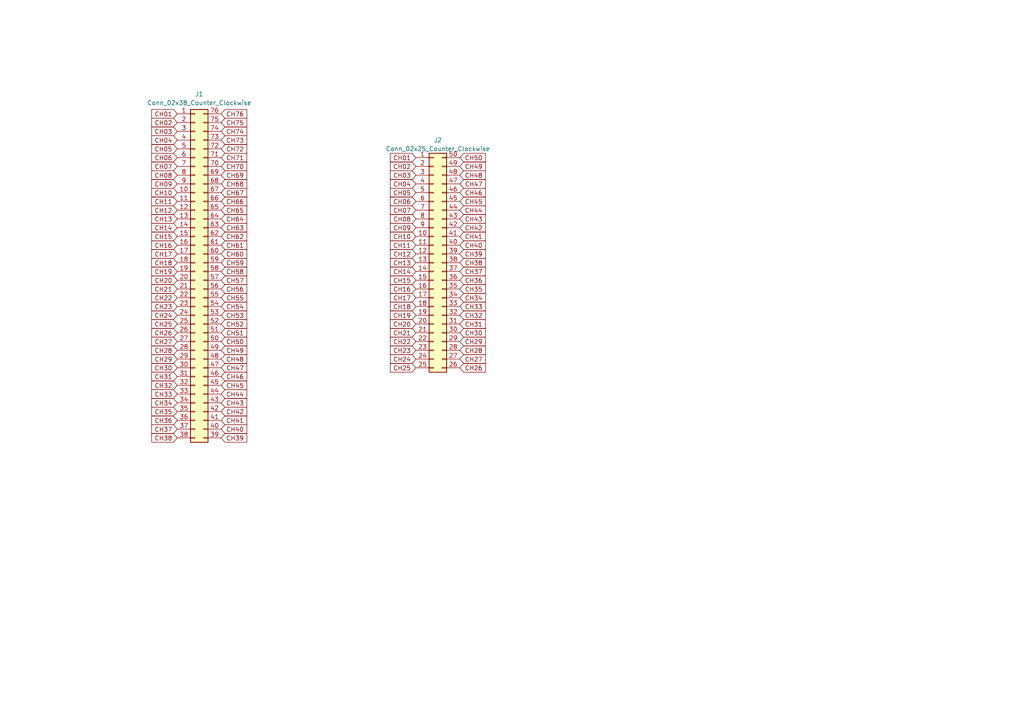
<source format=kicad_sch>
(kicad_sch (version 20230121) (generator eeschema)
  (paper "A4")
  (lib_symbols
    (symbol "Connector_Generic:Conn_02x25_Counter_Clockwise" (pin_names (offset 1.016) hide)
      (property "Reference" "J" (at 1.27 33.02 0))
      (property "Value" "Conn_02x25_Counter_Clockwise" (at 1.27 -33.02 0))
      (symbol "Conn_02x25_Counter_Clockwise_1_1"
        (rectangle (start -1.27 -30.353) (end 0 -30.607) (stroke (width 0.1524)))
        (rectangle (start -1.27 -27.813) (end 0 -28.067) (stroke (width 0.1524)))
        (rectangle (start -1.27 -25.273) (end 0 -25.527) (stroke (width 0.1524)))
        (rectangle (start -1.27 -22.733) (end 0 -22.987) (stroke (width 0.1524)))
        (rectangle (start -1.27 -20.193) (end 0 -20.447) (stroke (width 0.1524)))
        (rectangle (start -1.27 -17.653) (end 0 -17.907) (stroke (width 0.1524)))
        (rectangle (start -1.27 -15.113) (end 0 -15.367) (stroke (width 0.1524)))
        (rectangle (start -1.27 -12.573) (end 0 -12.827) (stroke (width 0.1524)))
        (rectangle (start -1.27 -10.033) (end 0 -10.287) (stroke (width 0.1524)))
        (rectangle (start -1.27 -7.493) (end 0 -7.747) (stroke (width 0.1524)))
        (rectangle (start -1.27 -4.953) (end 0 -5.207) (stroke (width 0.1524)))
        (rectangle (start -1.27 -2.413) (end 0 -2.667) (stroke (width 0.1524)))
        (rectangle (start -1.27 0.127) (end 0 -0.127) (stroke (width 0.1524)))
        (rectangle (start -1.27 2.667) (end 0 2.413) (stroke (width 0.1524)))
        (rectangle (start -1.27 5.207) (end 0 4.953) (stroke (width 0.1524)))
        (rectangle (start -1.27 7.747) (end 0 7.493) (stroke (width 0.1524)))
        (rectangle (start -1.27 10.287) (end 0 10.033) (stroke (width 0.1524)))
        (rectangle (start -1.27 12.827) (end 0 12.573) (stroke (width 0.1524)))
        (rectangle (start -1.27 15.367) (end 0 15.113) (stroke (width 0.1524)))
        (rectangle (start -1.27 17.907) (end 0 17.653) (stroke (width 0.1524)))
        (rectangle (start -1.27 20.447) (end 0 20.193) (stroke (width 0.1524)))
        (rectangle (start -1.27 22.987) (end 0 22.733) (stroke (width 0.1524)))
        (rectangle (start -1.27 25.527) (end 0 25.273) (stroke (width 0.1524)))
        (rectangle (start -1.27 28.067) (end 0 27.813) (stroke (width 0.1524)))
        (rectangle (start -1.27 30.607) (end 0 30.353) (stroke (width 0.1524)))
        (rectangle (start -1.27 31.75) (end 3.81 -31.75) (stroke (width 0.254)) (fill (type background)))
        (rectangle (start 3.81 -30.353) (end 2.54 -30.607) (stroke (width 0.1524)))
        (rectangle (start 3.81 -27.813) (end 2.54 -28.067) (stroke (width 0.1524)))
        (rectangle (start 3.81 -25.273) (end 2.54 -25.527) (stroke (width 0.1524)))
        (rectangle (start 3.81 -22.733) (end 2.54 -22.987) (stroke (width 0.1524)))
        (rectangle (start 3.81 -20.193) (end 2.54 -20.447) (stroke (width 0.1524)))
        (rectangle (start 3.81 -17.653) (end 2.54 -17.907) (stroke (width 0.1524)))
        (rectangle (start 3.81 -15.113) (end 2.54 -15.367) (stroke (width 0.1524)))
        (rectangle (start 3.81 -12.573) (end 2.54 -12.827) (stroke (width 0.1524)))
        (rectangle (start 3.81 -10.033) (end 2.54 -10.287) (stroke (width 0.1524)))
        (rectangle (start 3.81 -7.493) (end 2.54 -7.747) (stroke (width 0.1524)))
        (rectangle (start 3.81 -4.953) (end 2.54 -5.207) (stroke (width 0.1524)))
        (rectangle (start 3.81 -2.413) (end 2.54 -2.667) (stroke (width 0.1524)))
        (rectangle (start 3.81 0.127) (end 2.54 -0.127) (stroke (width 0.1524)))
        (rectangle (start 3.81 2.667) (end 2.54 2.413) (stroke (width 0.1524)))
        (rectangle (start 3.81 5.207) (end 2.54 4.953) (stroke (width 0.1524)))
        (rectangle (start 3.81 7.747) (end 2.54 7.493) (stroke (width 0.1524)))
        (rectangle (start 3.81 10.287) (end 2.54 10.033) (stroke (width 0.1524)))
        (rectangle (start 3.81 12.827) (end 2.54 12.573) (stroke (width 0.1524)))
        (rectangle (start 3.81 15.367) (end 2.54 15.113) (stroke (width 0.1524)))
        (rectangle (start 3.81 17.907) (end 2.54 17.653) (stroke (width 0.1524)))
        (rectangle (start 3.81 20.447) (end 2.54 20.193) (stroke (width 0.1524)))
        (rectangle (start 3.81 22.987) (end 2.54 22.733) (stroke (width 0.1524)))
        (rectangle (start 3.81 25.527) (end 2.54 25.273) (stroke (width 0.1524)))
        (rectangle (start 3.81 28.067) (end 2.54 27.813) (stroke (width 0.1524)))
        (rectangle (start 3.81 30.607) (end 2.54 30.353) (stroke (width 0.1524)))
        (pin passive line (at -5.08 30.48 0) (length 3.81) (name "Pin_1") (number "1"))
        (pin passive line (at -5.08 7.62 0) (length 3.81) (name "Pin_10") (number "10"))
        (pin passive line (at -5.08 5.08 0) (length 3.81) (name "Pin_11") (number "11"))
        (pin passive line (at -5.08 2.54 0) (length 3.81) (name "Pin_12") (number "12"))
        (pin passive line (at -5.08 0 0) (length 3.81) (name "Pin_13") (number "13"))
        (pin passive line (at -5.08 -2.54 0) (length 3.81) (name "Pin_14") (number "14"))
        (pin passive line (at -5.08 -5.08 0) (length 3.81) (name "Pin_15") (number "15"))
        (pin passive line (at -5.08 -7.62 0) (length 3.81) (name "Pin_16") (number "16"))
        (pin passive line (at -5.08 -10.16 0) (length 3.81) (name "Pin_17") (number "17"))
        (pin passive line (at -5.08 -12.7 0) (length 3.81) (name "Pin_18") (number "18"))
        (pin passive line (at -5.08 -15.24 0) (length 3.81) (name "Pin_19") (number "19"))
        (pin passive line (at -5.08 27.94 0) (length 3.81) (name "Pin_2") (number "2"))
        (pin passive line (at -5.08 -17.78 0) (length 3.81) (name "Pin_20") (number "20"))
        (pin passive line (at -5.08 -20.32 0) (length 3.81) (name "Pin_21") (number "21"))
        (pin passive line (at -5.08 -22.86 0) (length 3.81) (name "Pin_22") (number "22"))
        (pin passive line (at -5.08 -25.4 0) (length 3.81) (name "Pin_23") (number "23"))
        (pin passive line (at -5.08 -27.94 0) (length 3.81) (name "Pin_24") (number "24"))
        (pin passive line (at -5.08 -30.48 0) (length 3.81) (name "Pin_25") (number "25"))
        (pin passive line (at 7.62 -30.48 180) (length 3.81) (name "Pin_26") (number "26"))
        (pin passive line (at 7.62 -27.94 180) (length 3.81) (name "Pin_27") (number "27"))
        (pin passive line (at 7.62 -25.4 180) (length 3.81) (name "Pin_28") (number "28"))
        (pin passive line (at 7.62 -22.86 180) (length 3.81) (name "Pin_29") (number "29"))
        (pin passive line (at -5.08 25.4 0) (length 3.81) (name "Pin_3") (number "3"))
        (pin passive line (at 7.62 -20.32 180) (length 3.81) (name "Pin_30") (number "30"))
        (pin passive line (at 7.62 -17.78 180) (length 3.81) (name "Pin_31") (number "31"))
        (pin passive line (at 7.62 -15.24 180) (length 3.81) (name "Pin_32") (number "32"))
        (pin passive line (at 7.62 -12.7 180) (length 3.81) (name "Pin_33") (number "33"))
        (pin passive line (at 7.62 -10.16 180) (length 3.81) (name "Pin_34") (number "34"))
        (pin passive line (at 7.62 -7.62 180) (length 3.81) (name "Pin_35") (number "35"))
        (pin passive line (at 7.62 -5.08 180) (length 3.81) (name "Pin_36") (number "36"))
        (pin passive line (at 7.62 -2.54 180) (length 3.81) (name "Pin_37") (number "37"))
        (pin passive line (at 7.62 0 180) (length 3.81) (name "Pin_38") (number "38"))
        (pin passive line (at 7.62 2.54 180) (length 3.81) (name "Pin_39") (number "39"))
        (pin passive line (at -5.08 22.86 0) (length 3.81) (name "Pin_4") (number "4"))
        (pin passive line (at 7.62 5.08 180) (length 3.81) (name "Pin_40") (number "40"))
        (pin passive line (at 7.62 7.62 180) (length 3.81) (name "Pin_41") (number "41"))
        (pin passive line (at 7.62 10.16 180) (length 3.81) (name "Pin_42") (number "42"))
        (pin passive line (at 7.62 12.7 180) (length 3.81) (name "Pin_43") (number "43"))
        (pin passive line (at 7.62 15.24 180) (length 3.81) (name "Pin_44") (number "44"))
        (pin passive line (at 7.62 17.78 180) (length 3.81) (name "Pin_45") (number "45"))
        (pin passive line (at 7.62 20.32 180) (length 3.81) (name "Pin_46") (number "46"))
        (pin passive line (at 7.62 22.86 180) (length 3.81) (name "Pin_47") (number "47"))
        (pin passive line (at 7.62 25.4 180) (length 3.81) (name "Pin_48") (number "48"))
        (pin passive line (at 7.62 27.94 180) (length 3.81) (name "Pin_49") (number "49"))
        (pin passive line (at -5.08 20.32 0) (length 3.81) (name "Pin_5") (number "5"))
        (pin passive line (at 7.62 30.48 180) (length 3.81) (name "Pin_50") (number "50"))
        (pin passive line (at -5.08 17.78 0) (length 3.81) (name "Pin_6") (number "6"))
        (pin passive line (at -5.08 15.24 0) (length 3.81) (name "Pin_7") (number "7"))
        (pin passive line (at -5.08 12.7 0) (length 3.81) (name "Pin_8") (number "8"))
        (pin passive line (at -5.08 10.16 0) (length 3.81) (name "Pin_9") (number "9"))
      )
    )
    (symbol "Connector_Generic:Conn_02x38_Counter_Clockwise" (pin_names (offset 1.016) hide)
      (property "Reference" "J" (at 1.27 48.26 0))
      (property "Value" "Conn_02x38_Counter_Clockwise" (at 1.27 -50.8 0))
      (symbol "Conn_02x38_Counter_Clockwise_1_1"
        (rectangle (start -1.27 -48.133) (end 0 -48.387) (stroke (width 0.1524)))
        (rectangle (start -1.27 -45.593) (end 0 -45.847) (stroke (width 0.1524)))
        (rectangle (start -1.27 -43.053) (end 0 -43.307) (stroke (width 0.1524)))
        (rectangle (start -1.27 -40.513) (end 0 -40.767) (stroke (width 0.1524)))
        (rectangle (start -1.27 -37.973) (end 0 -38.227) (stroke (width 0.1524)))
        (rectangle (start -1.27 -35.433) (end 0 -35.687) (stroke (width 0.1524)))
        (rectangle (start -1.27 -32.893) (end 0 -33.147) (stroke (width 0.1524)))
        (rectangle (start -1.27 -30.353) (end 0 -30.607) (stroke (width 0.1524)))
        (rectangle (start -1.27 -27.813) (end 0 -28.067) (stroke (width 0.1524)))
        (rectangle (start -1.27 -25.273) (end 0 -25.527) (stroke (width 0.1524)))
        (rectangle (start -1.27 -22.733) (end 0 -22.987) (stroke (width 0.1524)))
        (rectangle (start -1.27 -20.193) (end 0 -20.447) (stroke (width 0.1524)))
        (rectangle (start -1.27 -17.653) (end 0 -17.907) (stroke (width 0.1524)))
        (rectangle (start -1.27 -15.113) (end 0 -15.367) (stroke (width 0.1524)))
        (rectangle (start -1.27 -12.573) (end 0 -12.827) (stroke (width 0.1524)))
        (rectangle (start -1.27 -10.033) (end 0 -10.287) (stroke (width 0.1524)))
        (rectangle (start -1.27 -7.493) (end 0 -7.747) (stroke (width 0.1524)))
        (rectangle (start -1.27 -4.953) (end 0 -5.207) (stroke (width 0.1524)))
        (rectangle (start -1.27 -2.413) (end 0 -2.667) (stroke (width 0.1524)))
        (rectangle (start -1.27 0.127) (end 0 -0.127) (stroke (width 0.1524)))
        (rectangle (start -1.27 2.667) (end 0 2.413) (stroke (width 0.1524)))
        (rectangle (start -1.27 5.207) (end 0 4.953) (stroke (width 0.1524)))
        (rectangle (start -1.27 7.747) (end 0 7.493) (stroke (width 0.1524)))
        (rectangle (start -1.27 10.287) (end 0 10.033) (stroke (width 0.1524)))
        (rectangle (start -1.27 12.827) (end 0 12.573) (stroke (width 0.1524)))
        (rectangle (start -1.27 15.367) (end 0 15.113) (stroke (width 0.1524)))
        (rectangle (start -1.27 17.907) (end 0 17.653) (stroke (width 0.1524)))
        (rectangle (start -1.27 20.447) (end 0 20.193) (stroke (width 0.1524)))
        (rectangle (start -1.27 22.987) (end 0 22.733) (stroke (width 0.1524)))
        (rectangle (start -1.27 25.527) (end 0 25.273) (stroke (width 0.1524)))
        (rectangle (start -1.27 28.067) (end 0 27.813) (stroke (width 0.1524)))
        (rectangle (start -1.27 30.607) (end 0 30.353) (stroke (width 0.1524)))
        (rectangle (start -1.27 33.147) (end 0 32.893) (stroke (width 0.1524)))
        (rectangle (start -1.27 35.687) (end 0 35.433) (stroke (width 0.1524)))
        (rectangle (start -1.27 38.227) (end 0 37.973) (stroke (width 0.1524)))
        (rectangle (start -1.27 40.767) (end 0 40.513) (stroke (width 0.1524)))
        (rectangle (start -1.27 43.307) (end 0 43.053) (stroke (width 0.1524)))
        (rectangle (start -1.27 45.847) (end 0 45.593) (stroke (width 0.1524)))
        (rectangle (start -1.27 46.99) (end 3.81 -49.53) (stroke (width 0.254)) (fill (type background)))
        (rectangle (start 3.81 -48.133) (end 2.54 -48.387) (stroke (width 0.1524)))
        (rectangle (start 3.81 -45.593) (end 2.54 -45.847) (stroke (width 0.1524)))
        (rectangle (start 3.81 -43.053) (end 2.54 -43.307) (stroke (width 0.1524)))
        (rectangle (start 3.81 -40.513) (end 2.54 -40.767) (stroke (width 0.1524)))
        (rectangle (start 3.81 -37.973) (end 2.54 -38.227) (stroke (width 0.1524)))
        (rectangle (start 3.81 -35.433) (end 2.54 -35.687) (stroke (width 0.1524)))
        (rectangle (start 3.81 -32.893) (end 2.54 -33.147) (stroke (width 0.1524)))
        (rectangle (start 3.81 -30.353) (end 2.54 -30.607) (stroke (width 0.1524)))
        (rectangle (start 3.81 -27.813) (end 2.54 -28.067) (stroke (width 0.1524)))
        (rectangle (start 3.81 -25.273) (end 2.54 -25.527) (stroke (width 0.1524)))
        (rectangle (start 3.81 -22.733) (end 2.54 -22.987) (stroke (width 0.1524)))
        (rectangle (start 3.81 -20.193) (end 2.54 -20.447) (stroke (width 0.1524)))
        (rectangle (start 3.81 -17.653) (end 2.54 -17.907) (stroke (width 0.1524)))
        (rectangle (start 3.81 -15.113) (end 2.54 -15.367) (stroke (width 0.1524)))
        (rectangle (start 3.81 -12.573) (end 2.54 -12.827) (stroke (width 0.1524)))
        (rectangle (start 3.81 -10.033) (end 2.54 -10.287) (stroke (width 0.1524)))
        (rectangle (start 3.81 -7.493) (end 2.54 -7.747) (stroke (width 0.1524)))
        (rectangle (start 3.81 -4.953) (end 2.54 -5.207) (stroke (width 0.1524)))
        (rectangle (start 3.81 -2.413) (end 2.54 -2.667) (stroke (width 0.1524)))
        (rectangle (start 3.81 0.127) (end 2.54 -0.127) (stroke (width 0.1524)))
        (rectangle (start 3.81 2.667) (end 2.54 2.413) (stroke (width 0.1524)))
        (rectangle (start 3.81 5.207) (end 2.54 4.953) (stroke (width 0.1524)))
        (rectangle (start 3.81 7.747) (end 2.54 7.493) (stroke (width 0.1524)))
        (rectangle (start 3.81 10.287) (end 2.54 10.033) (stroke (width 0.1524)))
        (rectangle (start 3.81 12.827) (end 2.54 12.573) (stroke (width 0.1524)))
        (rectangle (start 3.81 15.367) (end 2.54 15.113) (stroke (width 0.1524)))
        (rectangle (start 3.81 17.907) (end 2.54 17.653) (stroke (width 0.1524)))
        (rectangle (start 3.81 20.447) (end 2.54 20.193) (stroke (width 0.1524)))
        (rectangle (start 3.81 22.987) (end 2.54 22.733) (stroke (width 0.1524)))
        (rectangle (start 3.81 25.527) (end 2.54 25.273) (stroke (width 0.1524)))
        (rectangle (start 3.81 28.067) (end 2.54 27.813) (stroke (width 0.1524)))
        (rectangle (start 3.81 30.607) (end 2.54 30.353) (stroke (width 0.1524)))
        (rectangle (start 3.81 33.147) (end 2.54 32.893) (stroke (width 0.1524)))
        (rectangle (start 3.81 35.687) (end 2.54 35.433) (stroke (width 0.1524)))
        (rectangle (start 3.81 38.227) (end 2.54 37.973) (stroke (width 0.1524)))
        (rectangle (start 3.81 40.767) (end 2.54 40.513) (stroke (width 0.1524)))
        (rectangle (start 3.81 43.307) (end 2.54 43.053) (stroke (width 0.1524)))
        (rectangle (start 3.81 45.847) (end 2.54 45.593) (stroke (width 0.1524)))
        (pin passive line (at -5.08 45.72 0) (length 3.81) (name "Pin_1") (number "1"))
        (pin passive line (at -5.08 22.86 0) (length 3.81) (name "Pin_10") (number "10"))
        (pin passive line (at -5.08 20.32 0) (length 3.81) (name "Pin_11") (number "11"))
        (pin passive line (at -5.08 17.78 0) (length 3.81) (name "Pin_12") (number "12"))
        (pin passive line (at -5.08 15.24 0) (length 3.81) (name "Pin_13") (number "13"))
        (pin passive line (at -5.08 12.7 0) (length 3.81) (name "Pin_14") (number "14"))
        (pin passive line (at -5.08 10.16 0) (length 3.81) (name "Pin_15") (number "15"))
        (pin passive line (at -5.08 7.62 0) (length 3.81) (name "Pin_16") (number "16"))
        (pin passive line (at -5.08 5.08 0) (length 3.81) (name "Pin_17") (number "17"))
        (pin passive line (at -5.08 2.54 0) (length 3.81) (name "Pin_18") (number "18"))
        (pin passive line (at -5.08 0 0) (length 3.81) (name "Pin_19") (number "19"))
        (pin passive line (at -5.08 43.18 0) (length 3.81) (name "Pin_2") (number "2"))
        (pin passive line (at -5.08 -2.54 0) (length 3.81) (name "Pin_20") (number "20"))
        (pin passive line (at -5.08 -5.08 0) (length 3.81) (name "Pin_21") (number "21"))
        (pin passive line (at -5.08 -7.62 0) (length 3.81) (name "Pin_22") (number "22"))
        (pin passive line (at -5.08 -10.16 0) (length 3.81) (name "Pin_23") (number "23"))
        (pin passive line (at -5.08 -12.7 0) (length 3.81) (name "Pin_24") (number "24"))
        (pin passive line (at -5.08 -15.24 0) (length 3.81) (name "Pin_25") (number "25"))
        (pin passive line (at -5.08 -17.78 0) (length 3.81) (name "Pin_26") (number "26"))
        (pin passive line (at -5.08 -20.32 0) (length 3.81) (name "Pin_27") (number "27"))
        (pin passive line (at -5.08 -22.86 0) (length 3.81) (name "Pin_28") (number "28"))
        (pin passive line (at -5.08 -25.4 0) (length 3.81) (name "Pin_29") (number "29"))
        (pin passive line (at -5.08 40.64 0) (length 3.81) (name "Pin_3") (number "3"))
        (pin passive line (at -5.08 -27.94 0) (length 3.81) (name "Pin_30") (number "30"))
        (pin passive line (at -5.08 -30.48 0) (length 3.81) (name "Pin_31") (number "31"))
        (pin passive line (at -5.08 -33.02 0) (length 3.81) (name "Pin_32") (number "32"))
        (pin passive line (at -5.08 -35.56 0) (length 3.81) (name "Pin_33") (number "33"))
        (pin passive line (at -5.08 -38.1 0) (length 3.81) (name "Pin_34") (number "34"))
        (pin passive line (at -5.08 -40.64 0) (length 3.81) (name "Pin_35") (number "35"))
        (pin passive line (at -5.08 -43.18 0) (length 3.81) (name "Pin_36") (number "36"))
        (pin passive line (at -5.08 -45.72 0) (length 3.81) (name "Pin_37") (number "37"))
        (pin passive line (at -5.08 -48.26 0) (length 3.81) (name "Pin_38") (number "38"))
        (pin passive line (at 7.62 -48.26 180) (length 3.81) (name "Pin_39") (number "39"))
        (pin passive line (at -5.08 38.1 0) (length 3.81) (name "Pin_4") (number "4"))
        (pin passive line (at 7.62 -45.72 180) (length 3.81) (name "Pin_40") (number "40"))
        (pin passive line (at 7.62 -43.18 180) (length 3.81) (name "Pin_41") (number "41"))
        (pin passive line (at 7.62 -40.64 180) (length 3.81) (name "Pin_42") (number "42"))
        (pin passive line (at 7.62 -38.1 180) (length 3.81) (name "Pin_43") (number "43"))
        (pin passive line (at 7.62 -35.56 180) (length 3.81) (name "Pin_44") (number "44"))
        (pin passive line (at 7.62 -33.02 180) (length 3.81) (name "Pin_45") (number "45"))
        (pin passive line (at 7.62 -30.48 180) (length 3.81) (name "Pin_46") (number "46"))
        (pin passive line (at 7.62 -27.94 180) (length 3.81) (name "Pin_47") (number "47"))
        (pin passive line (at 7.62 -25.4 180) (length 3.81) (name "Pin_48") (number "48"))
        (pin passive line (at 7.62 -22.86 180) (length 3.81) (name "Pin_49") (number "49"))
        (pin passive line (at -5.08 35.56 0) (length 3.81) (name "Pin_5") (number "5"))
        (pin passive line (at 7.62 -20.32 180) (length 3.81) (name "Pin_50") (number "50"))
        (pin passive line (at 7.62 -17.78 180) (length 3.81) (name "Pin_51") (number "51"))
        (pin passive line (at 7.62 -15.24 180) (length 3.81) (name "Pin_52") (number "52"))
        (pin passive line (at 7.62 -12.7 180) (length 3.81) (name "Pin_53") (number "53"))
        (pin passive line (at 7.62 -10.16 180) (length 3.81) (name "Pin_54") (number "54"))
        (pin passive line (at 7.62 -7.62 180) (length 3.81) (name "Pin_55") (number "55"))
        (pin passive line (at 7.62 -5.08 180) (length 3.81) (name "Pin_56") (number "56"))
        (pin passive line (at 7.62 -2.54 180) (length 3.81) (name "Pin_57") (number "57"))
        (pin passive line (at 7.62 0 180) (length 3.81) (name "Pin_58") (number "58"))
        (pin passive line (at 7.62 2.54 180) (length 3.81) (name "Pin_59") (number "59"))
        (pin passive line (at -5.08 33.02 0) (length 3.81) (name "Pin_6") (number "6"))
        (pin passive line (at 7.62 5.08 180) (length 3.81) (name "Pin_60") (number "60"))
        (pin passive line (at 7.62 7.62 180) (length 3.81) (name "Pin_61") (number "61"))
        (pin passive line (at 7.62 10.16 180) (length 3.81) (name "Pin_62") (number "62"))
        (pin passive line (at 7.62 12.7 180) (length 3.81) (name "Pin_63") (number "63"))
        (pin passive line (at 7.62 15.24 180) (length 3.81) (name "Pin_64") (number "64"))
        (pin passive line (at 7.62 17.78 180) (length 3.81) (name "Pin_65") (number "65"))
        (pin passive line (at 7.62 20.32 180) (length 3.81) (name "Pin_66") (number "66"))
        (pin passive line (at 7.62 22.86 180) (length 3.81) (name "Pin_67") (number "67"))
        (pin passive line (at 7.62 25.4 180) (length 3.81) (name "Pin_68") (number "68"))
        (pin passive line (at 7.62 27.94 180) (length 3.81) (name "Pin_69") (number "69"))
        (pin passive line (at -5.08 30.48 0) (length 3.81) (name "Pin_7") (number "7"))
        (pin passive line (at 7.62 30.48 180) (length 3.81) (name "Pin_70") (number "70"))
        (pin passive line (at 7.62 33.02 180) (length 3.81) (name "Pin_71") (number "71"))
        (pin passive line (at 7.62 35.56 180) (length 3.81) (name "Pin_72") (number "72"))
        (pin passive line (at 7.62 38.1 180) (length 3.81) (name "Pin_73") (number "73"))
        (pin passive line (at 7.62 40.64 180) (length 3.81) (name "Pin_74") (number "74"))
        (pin passive line (at 7.62 43.18 180) (length 3.81) (name "Pin_75") (number "75"))
        (pin passive line (at 7.62 45.72 180) (length 3.81) (name "Pin_76") (number "76"))
        (pin passive line (at -5.08 27.94 0) (length 3.81) (name "Pin_8") (number "8"))
        (pin passive line (at -5.08 25.4 0) (length 3.81) (name "Pin_9") (number "9"))
      )
    )
  )
  (global_label "CH22" (shape input) (at 51.435 86.36 180) (property "Intersheetrefs" "${INTERSHEET_REFS}" (effects hide)))
  (global_label "CH39" (shape input) (at 133.35 73.66 0) (property "Intersheetrefs" "${INTERSHEET_REFS}" (effects hide)))
  (global_label "CH51" (shape input) (at 64.135 96.52 0) (property "Intersheetrefs" "${INTERSHEET_REFS}" (effects hide)))
  (global_label "CH05" (shape input) (at 120.65 55.88 180) (property "Intersheetrefs" "${INTERSHEET_REFS}" (effects hide)))
  (global_label "CH19" (shape input) (at 120.65 91.44 180) (property "Intersheetrefs" "${INTERSHEET_REFS}" (effects hide)))
  (global_label "CH37" (shape input) (at 51.435 124.46 180) (property "Intersheetrefs" "${INTERSHEET_REFS}" (effects hide)))
  (global_label "CH70" (shape input) (at 64.135 48.26 0) (property "Intersheetrefs" "${INTERSHEET_REFS}" (effects hide)))
  (global_label "CH05" (shape input) (at 51.435 43.18 180) (property "Intersheetrefs" "${INTERSHEET_REFS}" (effects hide)))
  (global_label "CH31" (shape input) (at 51.435 109.22 180) (property "Intersheetrefs" "${INTERSHEET_REFS}" (effects hide)))
  (global_label "CH24" (shape input) (at 120.65 104.14 180) (property "Intersheetrefs" "${INTERSHEET_REFS}" (effects hide)))
  (global_label "CH34" (shape input) (at 51.435 116.84 180) (property "Intersheetrefs" "${INTERSHEET_REFS}" (effects hide)))
  (global_label "CH14" (shape input) (at 120.65 78.74 180) (property "Intersheetrefs" "${INTERSHEET_REFS}" (effects hide)))
  (global_label "CH07" (shape input) (at 51.435 48.26 180) (property "Intersheetrefs" "${INTERSHEET_REFS}" (effects hide)))
  (global_label "CH19" (shape input) (at 51.435 78.74 180) (property "Intersheetrefs" "${INTERSHEET_REFS}" (effects hide)))
  (global_label "CH67" (shape input) (at 64.135 55.88 0) (property "Intersheetrefs" "${INTERSHEET_REFS}" (effects hide)))
  (global_label "CH18" (shape input) (at 120.65 88.9 180) (property "Intersheetrefs" "${INTERSHEET_REFS}" (effects hide)))
  (global_label "CH64" (shape input) (at 64.135 63.5 0) (property "Intersheetrefs" "${INTERSHEET_REFS}" (effects hide)))
  (global_label "CH50" (shape input) (at 64.135 99.06 0) (property "Intersheetrefs" "${INTERSHEET_REFS}" (effects hide)))
  (global_label "CH47" (shape input) (at 133.35 53.34 0) (property "Intersheetrefs" "${INTERSHEET_REFS}" (effects hide)))
  (global_label "CH17" (shape input) (at 120.65 86.36 180) (property "Intersheetrefs" "${INTERSHEET_REFS}" (effects hide)))
  (global_label "CH21" (shape input) (at 51.435 83.82 180) (property "Intersheetrefs" "${INTERSHEET_REFS}" (effects hide)))
  (global_label "CH65" (shape input) (at 64.135 60.96 0) (property "Intersheetrefs" "${INTERSHEET_REFS}" (effects hide)))
  (global_label "CH16" (shape input) (at 51.435 71.12 180) (property "Intersheetrefs" "${INTERSHEET_REFS}" (effects hide)))
  (global_label "CH61" (shape input) (at 64.135 71.12 0) (property "Intersheetrefs" "${INTERSHEET_REFS}" (effects hide)))
  (global_label "CH11" (shape input) (at 51.435 58.42 180) (property "Intersheetrefs" "${INTERSHEET_REFS}" (effects hide)))
  (global_label "CH37" (shape input) (at 133.35 78.74 0) (property "Intersheetrefs" "${INTERSHEET_REFS}" (effects hide)))
  (global_label "CH23" (shape input) (at 51.435 88.9 180) (property "Intersheetrefs" "${INTERSHEET_REFS}" (effects hide)))
  (global_label "CH10" (shape input) (at 51.435 55.88 180) (property "Intersheetrefs" "${INTERSHEET_REFS}" (effects hide)))
  (global_label "CH10" (shape input) (at 120.65 68.58 180) (property "Intersheetrefs" "${INTERSHEET_REFS}" (effects hide)))
  (global_label "CH07" (shape input) (at 120.65 60.96 180) (property "Intersheetrefs" "${INTERSHEET_REFS}" (effects hide)))
  (global_label "CH75" (shape input) (at 64.135 35.56 0) (property "Intersheetrefs" "${INTERSHEET_REFS}" (effects hide)))
  (global_label "CH11" (shape input) (at 120.65 71.12 180) (property "Intersheetrefs" "${INTERSHEET_REFS}" (effects hide)))
  (global_label "CH12" (shape input) (at 120.65 73.66 180) (property "Intersheetrefs" "${INTERSHEET_REFS}" (effects hide)))
  (global_label "CH26" (shape input) (at 133.35 106.68 0) (property "Intersheetrefs" "${INTERSHEET_REFS}" (effects hide)))
  (global_label "CH32" (shape input) (at 133.35 91.44 0) (property "Intersheetrefs" "${INTERSHEET_REFS}" (effects hide)))
  (global_label "CH35" (shape input) (at 51.435 119.38 180) (property "Intersheetrefs" "${INTERSHEET_REFS}" (effects hide)))
  (global_label "CH13" (shape input) (at 120.65 76.2 180) (property "Intersheetrefs" "${INTERSHEET_REFS}" (effects hide)))
  (global_label "CH01" (shape input) (at 120.65 45.72 180) (property "Intersheetrefs" "${INTERSHEET_REFS}" (effects hide)))
  (global_label "CH30" (shape input) (at 51.435 106.68 180) (property "Intersheetrefs" "${INTERSHEET_REFS}" (effects hide)))
  (global_label "CH04" (shape input) (at 120.65 53.34 180) (property "Intersheetrefs" "${INTERSHEET_REFS}" (effects hide)))
  (global_label "CH24" (shape input) (at 51.435 91.44 180) (property "Intersheetrefs" "${INTERSHEET_REFS}" (effects hide)))
  (global_label "CH15" (shape input) (at 120.65 81.28 180) (property "Intersheetrefs" "${INTERSHEET_REFS}" (effects hide)))
  (global_label "CH08" (shape input) (at 120.65 63.5 180) (property "Intersheetrefs" "${INTERSHEET_REFS}" (effects hide)))
  (global_label "CH28" (shape input) (at 51.435 101.6 180) (property "Intersheetrefs" "${INTERSHEET_REFS}" (effects hide)))
  (global_label "CH18" (shape input) (at 51.435 76.2 180) (property "Intersheetrefs" "${INTERSHEET_REFS}" (effects hide)))
  (global_label "CH69" (shape input) (at 64.135 50.8 0) (property "Intersheetrefs" "${INTERSHEET_REFS}" (effects hide)))
  (global_label "CH74" (shape input) (at 64.135 38.1 0) (property "Intersheetrefs" "${INTERSHEET_REFS}" (effects hide)))
  (global_label "CH66" (shape input) (at 64.135 58.42 0) (property "Intersheetrefs" "${INTERSHEET_REFS}" (effects hide)))
  (global_label "CH16" (shape input) (at 120.65 83.82 180) (property "Intersheetrefs" "${INTERSHEET_REFS}" (effects hide)))
  (global_label "CH48" (shape input) (at 133.35 50.8 0) (property "Intersheetrefs" "${INTERSHEET_REFS}" (effects hide)))
  (global_label "CH25" (shape input) (at 120.65 106.68 180) (property "Intersheetrefs" "${INTERSHEET_REFS}" (effects hide)))
  (global_label "CH15" (shape input) (at 51.435 68.58 180) (property "Intersheetrefs" "${INTERSHEET_REFS}" (effects hide)))
  (global_label "CH09" (shape input) (at 120.65 66.04 180) (property "Intersheetrefs" "${INTERSHEET_REFS}" (effects hide)))
  (global_label "CH03" (shape input) (at 51.435 38.1 180) (property "Intersheetrefs" "${INTERSHEET_REFS}" (effects hide)))
  (global_label "CH09" (shape input) (at 51.435 53.34 180) (property "Intersheetrefs" "${INTERSHEET_REFS}" (effects hide)))
  (global_label "CH03" (shape input) (at 120.65 50.8 180) (property "Intersheetrefs" "${INTERSHEET_REFS}" (effects hide)))
  (global_label "CH40" (shape input) (at 64.135 124.46 0) (property "Intersheetrefs" "${INTERSHEET_REFS}" (effects hide)))
  (global_label "CH52" (shape input) (at 64.135 93.98 0) (property "Intersheetrefs" "${INTERSHEET_REFS}" (effects hide)))
  (global_label "CH39" (shape input) (at 64.135 127 0) (property "Intersheetrefs" "${INTERSHEET_REFS}" (effects hide)))
  (global_label "CH48" (shape input) (at 64.135 104.14 0) (property "Intersheetrefs" "${INTERSHEET_REFS}" (effects hide)))
  (global_label "CH59" (shape input) (at 64.135 76.2 0) (property "Intersheetrefs" "${INTERSHEET_REFS}" (effects hide)))
  (global_label "CH27" (shape input) (at 133.35 104.14 0) (property "Intersheetrefs" "${INTERSHEET_REFS}" (effects hide)))
  (global_label "CH04" (shape input) (at 51.435 40.64 180) (property "Intersheetrefs" "${INTERSHEET_REFS}" (effects hide)))
  (global_label "CH26" (shape input) (at 51.435 96.52 180) (property "Intersheetrefs" "${INTERSHEET_REFS}" (effects hide)))
  (global_label "CH21" (shape input) (at 120.65 96.52 180) (property "Intersheetrefs" "${INTERSHEET_REFS}" (effects hide)))
  (global_label "CH35" (shape input) (at 133.35 83.82 0) (property "Intersheetrefs" "${INTERSHEET_REFS}" (effects hide)))
  (global_label "CH06" (shape input) (at 120.65 58.42 180) (property "Intersheetrefs" "${INTERSHEET_REFS}" (effects hide)))
  (global_label "CH47" (shape input) (at 64.135 106.68 0) (property "Intersheetrefs" "${INTERSHEET_REFS}" (effects hide)))
  (global_label "CH28" (shape input) (at 133.35 101.6 0) (property "Intersheetrefs" "${INTERSHEET_REFS}" (effects hide)))
  (global_label "CH44" (shape input) (at 64.135 114.3 0) (property "Intersheetrefs" "${INTERSHEET_REFS}" (effects hide)))
  (global_label "CH08" (shape input) (at 51.435 50.8 180) (property "Intersheetrefs" "${INTERSHEET_REFS}" (effects hide)))
  (global_label "CH60" (shape input) (at 64.135 73.66 0) (property "Intersheetrefs" "${INTERSHEET_REFS}" (effects hide)))
  (global_label "CH76" (shape input) (at 64.135 33.02 0) (property "Intersheetrefs" "${INTERSHEET_REFS}" (effects hide)))
  (global_label "CH46" (shape input) (at 64.135 109.22 0) (property "Intersheetrefs" "${INTERSHEET_REFS}" (effects hide)))
  (global_label "CH43" (shape input) (at 64.135 116.84 0) (property "Intersheetrefs" "${INTERSHEET_REFS}" (effects hide)))
  (global_label "CH44" (shape input) (at 133.35 60.96 0) (property "Intersheetrefs" "${INTERSHEET_REFS}" (effects hide)))
  (global_label "CH62" (shape input) (at 64.135 68.58 0) (property "Intersheetrefs" "${INTERSHEET_REFS}" (effects hide)))
  (global_label "CH02" (shape input) (at 120.65 48.26 180) (property "Intersheetrefs" "${INTERSHEET_REFS}" (effects hide)))
  (global_label "CH22" (shape input) (at 120.65 99.06 180) (property "Intersheetrefs" "${INTERSHEET_REFS}" (effects hide)))
  (global_label "CH71" (shape input) (at 64.135 45.72 0) (property "Intersheetrefs" "${INTERSHEET_REFS}" (effects hide)))
  (global_label "CH01" (shape input) (at 51.435 33.02 180) (property "Intersheetrefs" "${INTERSHEET_REFS}" (effects hide)))
  (global_label "CH72" (shape input) (at 64.135 43.18 0) (property "Intersheetrefs" "${INTERSHEET_REFS}" (effects hide)))
  (global_label "CH42" (shape input) (at 133.35 66.04 0) (property "Intersheetrefs" "${INTERSHEET_REFS}" (effects hide)))
  (global_label "CH20" (shape input) (at 120.65 93.98 180) (property "Intersheetrefs" "${INTERSHEET_REFS}" (effects hide)))
  (global_label "CH30" (shape input) (at 133.35 96.52 0) (property "Intersheetrefs" "${INTERSHEET_REFS}" (effects hide)))
  (global_label "CH58" (shape input) (at 64.135 78.74 0) (property "Intersheetrefs" "${INTERSHEET_REFS}" (effects hide)))
  (global_label "CH54" (shape input) (at 64.135 88.9 0) (property "Intersheetrefs" "${INTERSHEET_REFS}" (effects hide)))
  (global_label "CH40" (shape input) (at 133.35 71.12 0) (property "Intersheetrefs" "${INTERSHEET_REFS}" (effects hide)))
  (global_label "CH31" (shape input) (at 133.35 93.98 0) (property "Intersheetrefs" "${INTERSHEET_REFS}" (effects hide)))
  (global_label "CH38" (shape input) (at 133.35 76.2 0) (property "Intersheetrefs" "${INTERSHEET_REFS}" (effects hide)))
  (global_label "CH49" (shape input) (at 64.135 101.6 0) (property "Intersheetrefs" "${INTERSHEET_REFS}" (effects hide)))
  (global_label "CH46" (shape input) (at 133.35 55.88 0) (property "Intersheetrefs" "${INTERSHEET_REFS}" (effects hide)))
  (global_label "CH36" (shape input) (at 133.35 81.28 0) (property "Intersheetrefs" "${INTERSHEET_REFS}" (effects hide)))
  (global_label "CH50" (shape input) (at 133.35 45.72 0) (property "Intersheetrefs" "${INTERSHEET_REFS}" (effects hide)))
  (global_label "CH23" (shape input) (at 120.65 101.6 180) (property "Intersheetrefs" "${INTERSHEET_REFS}" (effects hide)))
  (global_label "CH20" (shape input) (at 51.435 81.28 180) (property "Intersheetrefs" "${INTERSHEET_REFS}" (effects hide)))
  (global_label "CH17" (shape input) (at 51.435 73.66 180) (property "Intersheetrefs" "${INTERSHEET_REFS}" (effects hide)))
  (global_label "CH14" (shape input) (at 51.435 66.04 180) (property "Intersheetrefs" "${INTERSHEET_REFS}" (effects hide)))
  (global_label "CH41" (shape input) (at 133.35 68.58 0) (property "Intersheetrefs" "${INTERSHEET_REFS}" (effects hide)))
  (global_label "CH13" (shape input) (at 51.435 63.5 180) (property "Intersheetrefs" "${INTERSHEET_REFS}" (effects hide)))
  (global_label "CH53" (shape input) (at 64.135 91.44 0) (property "Intersheetrefs" "${INTERSHEET_REFS}" (effects hide)))
  (global_label "CH49" (shape input) (at 133.35 48.26 0) (property "Intersheetrefs" "${INTERSHEET_REFS}" (effects hide)))
  (global_label "CH45" (shape input) (at 64.135 111.76 0) (property "Intersheetrefs" "${INTERSHEET_REFS}" (effects hide)))
  (global_label "CH38" (shape input) (at 51.435 127 180) (property "Intersheetrefs" "${INTERSHEET_REFS}" (effects hide)))
  (global_label "CH36" (shape input) (at 51.435 121.92 180) (property "Intersheetrefs" "${INTERSHEET_REFS}" (effects hide)))
  (global_label "CH63" (shape input) (at 64.135 66.04 0) (property "Intersheetrefs" "${INTERSHEET_REFS}" (effects hide)))
  (global_label "CH57" (shape input) (at 64.135 81.28 0) (property "Intersheetrefs" "${INTERSHEET_REFS}" (effects hide)))
  (global_label "CH06" (shape input) (at 51.435 45.72 180) (property "Intersheetrefs" "${INTERSHEET_REFS}" (effects hide)))
  (global_label "CH32" (shape input) (at 51.435 111.76 180) (property "Intersheetrefs" "${INTERSHEET_REFS}" (effects hide)))
  (global_label "CH27" (shape input) (at 51.435 99.06 180) (property "Intersheetrefs" "${INTERSHEET_REFS}" (effects hide)))
  (global_label "CH25" (shape input) (at 51.435 93.98 180) (property "Intersheetrefs" "${INTERSHEET_REFS}" (effects hide)))
  (global_label "CH29" (shape input) (at 51.435 104.14 180) (property "Intersheetrefs" "${INTERSHEET_REFS}" (effects hide)))
  (global_label "CH02" (shape input) (at 51.435 35.56 180) (property "Intersheetrefs" "${INTERSHEET_REFS}" (effects hide)))
  (global_label "CH29" (shape input) (at 133.35 99.06 0) (property "Intersheetrefs" "${INTERSHEET_REFS}" (effects hide)))
  (global_label "CH68" (shape input) (at 64.135 53.34 0) (property "Intersheetrefs" "${INTERSHEET_REFS}" (effects hide)))
  (global_label "CH42" (shape input) (at 64.135 119.38 0) (property "Intersheetrefs" "${INTERSHEET_REFS}" (effects hide)))
  (global_label "CH12" (shape input) (at 51.435 60.96 180) (property "Intersheetrefs" "${INTERSHEET_REFS}" (effects hide)))
  (global_label "CH43" (shape input) (at 133.35 63.5 0) (property "Intersheetrefs" "${INTERSHEET_REFS}" (effects hide)))
  (global_label "CH55" (shape input) (at 64.135 86.36 0) (property "Intersheetrefs" "${INTERSHEET_REFS}" (effects hide)))
  (global_label "CH56" (shape input) (at 64.135 83.82 0) (property "Intersheetrefs" "${INTERSHEET_REFS}" (effects hide)))
  (global_label "CH33" (shape input) (at 133.35 88.9 0) (property "Intersheetrefs" "${INTERSHEET_REFS}" (effects hide)))
  (global_label "CH33" (shape input) (at 51.435 114.3 180) (property "Intersheetrefs" "${INTERSHEET_REFS}" (effects hide)))
  (global_label "CH73" (shape input) (at 64.135 40.64 0) (property "Intersheetrefs" "${INTERSHEET_REFS}" (effects hide)))
  (global_label "CH45" (shape input) (at 133.35 58.42 0) (property "Intersheetrefs" "${INTERSHEET_REFS}" (effects hide)))
  (global_label "CH34" (shape input) (at 133.35 86.36 0) (property "Intersheetrefs" "${INTERSHEET_REFS}" (effects hide)))
  (global_label "CH41" (shape input) (at 64.135 121.92 0) (property "Intersheetrefs" "${INTERSHEET_REFS}" (effects hide)))
  (symbol (lib_id "Connector_Generic:Conn_02x25_Counter_Clockwise") (at 125.73 76.2 0) (unit 1)
    (property "Reference" "J2" (at 127 40.64 0))
    (property "Value" "Conn_02x25_Counter_Clockwise" (at 127 43.18 0))
    (property "Footprint" "skLib:DB50-female" (effects hide))
  )
  (symbol (lib_id "Connector_Generic:Conn_02x38_Counter_Clockwise") (at 56.515 78.74 0) (unit 1)
    (property "Reference" "J1" (at 57.785 27.305 0))
    (property "Value" "Conn_02x38_Counter_Clockwise" (at 57.785 29.845 0))
    (property "Footprint" "Connector_PinSocket_2.54mm:PinSocket_2x38_P2.54mm_Vertical" (effects hide))
  )
)
</source>
